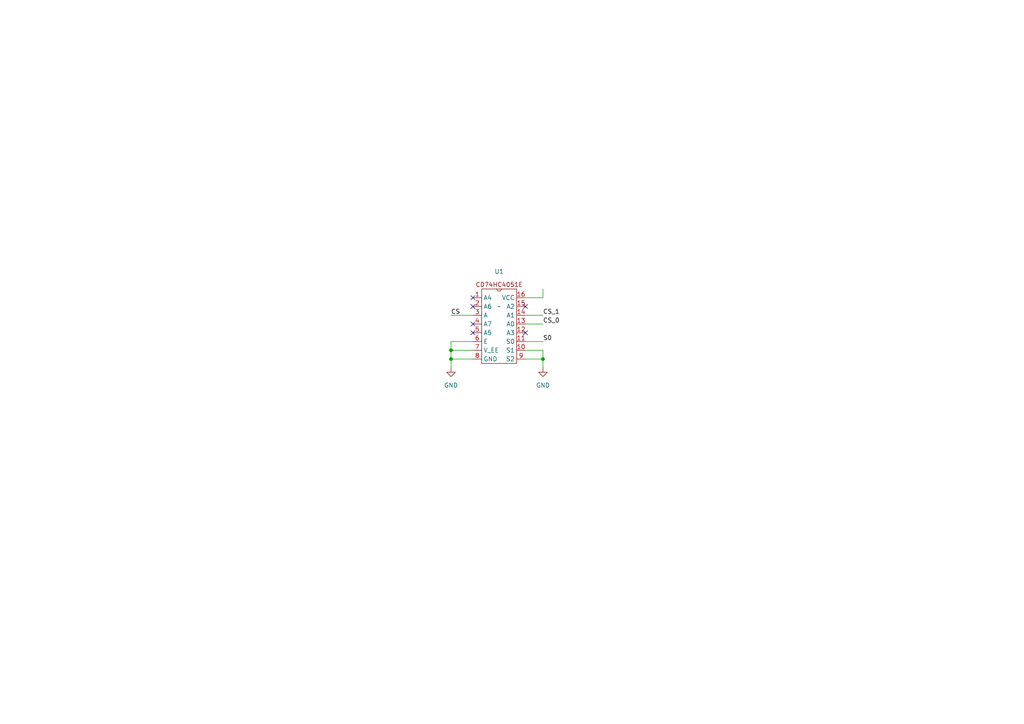
<source format=kicad_sch>
(kicad_sch (version 20230121) (generator eeschema)
  (paper "A4")
  (lib_symbols
    (symbol "HRL_Custom:CD74HC4051E"
      (property "Reference" "U" (at 0 8.89 0))
      (symbol "CD74HC4051E_0_1"
        (rectangle (start -5.08 5.08) (end 5.08 -16.51))
        (arc (start -0.635 5.0575) (mid 0 4.4446) (end 0.635 5.0575))
      )
      (symbol "CD74HC4051E_1_1"
        (text "CD74HC4051E" (at 0 6.35 0) (effects (font (size 1.27 1.27))))
        (pin bidirectional line (at -7.62 2.54 0) (length 2.54) (name "A4") (number "1"))
        (pin input line (at 7.62 -12.7 180) (length 2.54) (name "S1") (number "10"))
        (pin input line (at 7.62 -10.16 180) (length 2.54) (name "S0") (number "11"))
        (pin bidirectional line (at 7.62 -7.62 180) (length 2.54) (name "A3") (number "12"))
        (pin bidirectional line (at 7.62 -5.08 180) (length 2.54) (name "A0") (number "13"))
        (pin bidirectional line (at 7.62 -2.54 180) (length 2.54) (name "A1") (number "14"))
        (pin bidirectional line (at 7.62 0 180) (length 2.54) (name "A2") (number "15"))
        (pin power_in line (at 7.62 2.54 180) (length 2.54) (name "VCC") (number "16"))
        (pin bidirectional line (at -7.62 0 0) (length 2.54) (name "A6") (number "2"))
        (pin bidirectional line (at -7.62 -2.54 0) (length 2.54) (name "A") (number "3"))
        (pin bidirectional line (at -7.62 -5.08 0) (length 2.54) (name "A7") (number "4"))
        (pin bidirectional line (at -7.62 -7.62 0) (length 2.54) (name "A5") (number "5"))
        (pin input line (at -7.62 -10.16 0) (length 2.54) (name "E") (number "6"))
        (pin power_in line (at -7.62 -12.7 0) (length 2.54) (name "V_EE") (number "7"))
        (pin power_out line (at -7.62 -15.24 0) (length 2.54) (name "GND") (number "8"))
        (pin input line (at 7.62 -15.24 180) (length 2.54) (name "S2") (number "9"))
      )
    )
    (symbol "power:GND" (power) (pin_names (offset 0))
      (property "Value" "GND" (at 0 -3.81 0))
      (symbol "GND_0_1"
        (polyline (pts (xy 0 0) (xy 0 -1.27) (xy 1.27 -1.27) (xy 0 -2.54) (xy -1.27 -1.27) (xy 0 -1.27)))
      )
      (symbol "GND_1_1"
        (pin power_in line (at 0 0 270) (length 0) hide (name "GND") (number "1"))
      )
    )
  )
  (junction (at 130.81 101.6))
  (junction (at 130.81 104.14))
  (junction (at 157.48 104.14))
  (no_connect (at 152.4 88.9))
  (no_connect (at 137.16 88.9))
  (no_connect (at 152.4 96.52))
  (no_connect (at 137.16 96.52))
  (no_connect (at 137.16 93.98))
  (no_connect (at 137.16 86.36))
  (wire (pts (xy 137.16 104.14) (xy 130.81 104.14)))
  (wire (pts (xy 157.48 83.82) (xy 157.48 86.36)))
  (wire (pts (xy 130.81 99.06) (xy 130.81 101.6)))
  (wire (pts (xy 152.4 91.44) (xy 157.48 91.44)))
  (wire (pts (xy 137.16 101.6) (xy 130.81 101.6)))
  (wire (pts (xy 152.4 104.14) (xy 157.48 104.14)))
  (wire (pts (xy 152.4 101.6) (xy 157.48 101.6)))
  (wire (pts (xy 137.16 99.06) (xy 130.81 99.06)))
  (wire (pts (xy 152.4 86.36) (xy 157.48 86.36)))
  (wire (pts (xy 152.4 93.98) (xy 157.48 93.98)))
  (wire (pts (xy 130.81 104.14) (xy 130.81 106.68)))
  (wire (pts (xy 130.81 101.6) (xy 130.81 104.14)))
  (wire (pts (xy 157.48 106.68) (xy 157.48 104.14)))
  (wire (pts (xy 157.48 101.6) (xy 157.48 104.14)))
  (wire (pts (xy 130.81 91.44) (xy 137.16 91.44)))
  (wire (pts (xy 152.4 99.06) (xy 157.48 99.06)))
  (label "CS" (at 130.81 91.44 0))
  (label "CS_1" (at 157.48 91.44 0))
  (label "CS_0" (at 157.48 93.98 0))
  (label "S0" (at 157.48 99.06 0))
  (symbol (lib_id "HRL_Custom:CD74HC4051E") (at 144.78 88.9 0) (unit 1)
    (property "Reference" "U1" (at 144.78 78.74 0))
    (property "Value" "~" (at 144.78 88.9 0))
  )
  (symbol (lib_id "power:GND") (at 157.48 106.68 0) (unit 1)
    (property "Reference" "#PWR01" (effects hide))
    (property "Value" "GND" (at 157.48 111.76 0))
  )
  (symbol (lib_id "power:GND") (at 130.81 106.68 0) (unit 1)
    (property "Reference" "#PWR02" (effects hide))
    (property "Value" "GND" (at 130.81 111.76 0))
  )
)
</source>
